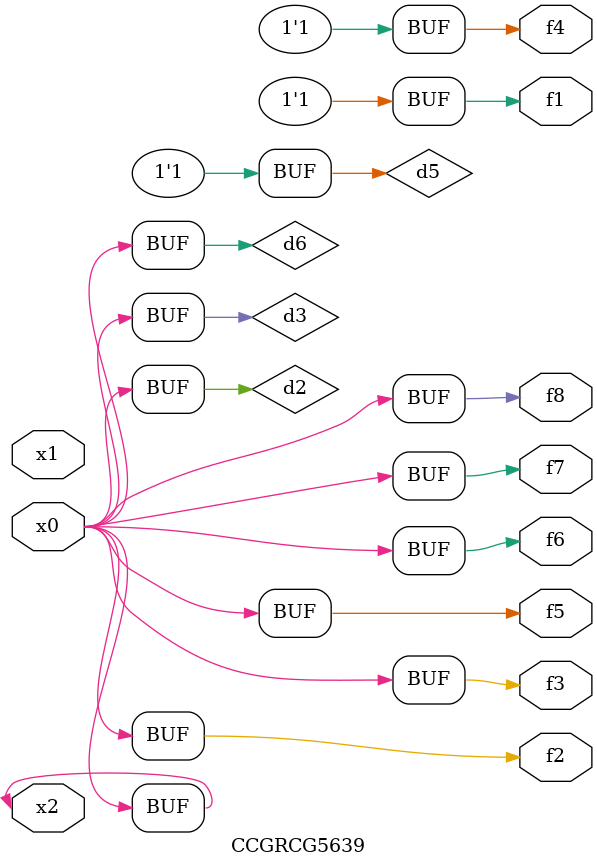
<source format=v>
module CCGRCG5639(
	input x0, x1, x2,
	output f1, f2, f3, f4, f5, f6, f7, f8
);

	wire d1, d2, d3, d4, d5, d6;

	xnor (d1, x2);
	buf (d2, x0, x2);
	and (d3, x0);
	xnor (d4, x1, x2);
	nand (d5, d1, d3);
	buf (d6, d2, d3);
	assign f1 = d5;
	assign f2 = d6;
	assign f3 = d6;
	assign f4 = d5;
	assign f5 = d6;
	assign f6 = d6;
	assign f7 = d6;
	assign f8 = d6;
endmodule

</source>
